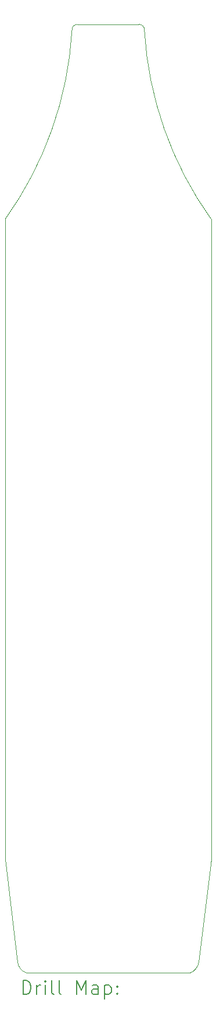
<source format=gbr>
%TF.GenerationSoftware,KiCad,Pcbnew,8.0.2-1*%
%TF.CreationDate,2024-06-20T14:35:38+08:00*%
%TF.ProjectId,troubleSeeker,74726f75-626c-4655-9365-656b65722e6b,rev?*%
%TF.SameCoordinates,Original*%
%TF.FileFunction,Drillmap*%
%TF.FilePolarity,Positive*%
%FSLAX45Y45*%
G04 Gerber Fmt 4.5, Leading zero omitted, Abs format (unit mm)*
G04 Created by KiCad (PCBNEW 8.0.2-1) date 2024-06-20 14:35:38*
%MOMM*%
%LPD*%
G01*
G04 APERTURE LIST*
%ADD10C,0.050000*%
%ADD11C,0.200000*%
G04 APERTURE END LIST*
D10*
X12000282Y-18049275D02*
G75*
G02*
X11880000Y-17900000I69718J179275D01*
G01*
X14520000Y-17900000D02*
G75*
G02*
X14399718Y-18049275I-190000J30000D01*
G01*
X14700000Y-7100000D02*
X14700000Y-16400000D01*
X11700000Y-7100000D02*
X11700000Y-16400000D01*
X13650000Y-4271799D02*
X12750000Y-4271799D01*
X13650000Y-4271799D02*
G75*
G02*
X13727870Y-4357184I0J-78201D01*
G01*
X12672130Y-4357184D02*
G75*
G02*
X12750000Y-4271799I77870J7184D01*
G01*
X12672130Y-4357184D02*
G75*
G02*
X11700000Y-7100000I-5222129J307184D01*
G01*
X14700000Y-7100000D02*
G75*
G02*
X13727870Y-4357184I4250000J3050000D01*
G01*
X12000282Y-18049275D02*
X14399718Y-18049275D01*
X11700000Y-16400000D02*
X11880000Y-17900000D01*
X14700000Y-16400000D02*
X14520000Y-17900000D01*
D11*
X11958277Y-18363258D02*
X11958277Y-18163258D01*
X11958277Y-18163258D02*
X12005896Y-18163258D01*
X12005896Y-18163258D02*
X12034467Y-18172782D01*
X12034467Y-18172782D02*
X12053515Y-18191830D01*
X12053515Y-18191830D02*
X12063039Y-18210877D01*
X12063039Y-18210877D02*
X12072562Y-18248973D01*
X12072562Y-18248973D02*
X12072562Y-18277544D01*
X12072562Y-18277544D02*
X12063039Y-18315639D01*
X12063039Y-18315639D02*
X12053515Y-18334687D01*
X12053515Y-18334687D02*
X12034467Y-18353735D01*
X12034467Y-18353735D02*
X12005896Y-18363258D01*
X12005896Y-18363258D02*
X11958277Y-18363258D01*
X12158277Y-18363258D02*
X12158277Y-18229925D01*
X12158277Y-18268020D02*
X12167801Y-18248973D01*
X12167801Y-18248973D02*
X12177324Y-18239449D01*
X12177324Y-18239449D02*
X12196372Y-18229925D01*
X12196372Y-18229925D02*
X12215420Y-18229925D01*
X12282086Y-18363258D02*
X12282086Y-18229925D01*
X12282086Y-18163258D02*
X12272562Y-18172782D01*
X12272562Y-18172782D02*
X12282086Y-18182306D01*
X12282086Y-18182306D02*
X12291610Y-18172782D01*
X12291610Y-18172782D02*
X12282086Y-18163258D01*
X12282086Y-18163258D02*
X12282086Y-18182306D01*
X12405896Y-18363258D02*
X12386848Y-18353735D01*
X12386848Y-18353735D02*
X12377324Y-18334687D01*
X12377324Y-18334687D02*
X12377324Y-18163258D01*
X12510658Y-18363258D02*
X12491610Y-18353735D01*
X12491610Y-18353735D02*
X12482086Y-18334687D01*
X12482086Y-18334687D02*
X12482086Y-18163258D01*
X12739229Y-18363258D02*
X12739229Y-18163258D01*
X12739229Y-18163258D02*
X12805896Y-18306116D01*
X12805896Y-18306116D02*
X12872562Y-18163258D01*
X12872562Y-18163258D02*
X12872562Y-18363258D01*
X13053515Y-18363258D02*
X13053515Y-18258497D01*
X13053515Y-18258497D02*
X13043991Y-18239449D01*
X13043991Y-18239449D02*
X13024943Y-18229925D01*
X13024943Y-18229925D02*
X12986848Y-18229925D01*
X12986848Y-18229925D02*
X12967801Y-18239449D01*
X13053515Y-18353735D02*
X13034467Y-18363258D01*
X13034467Y-18363258D02*
X12986848Y-18363258D01*
X12986848Y-18363258D02*
X12967801Y-18353735D01*
X12967801Y-18353735D02*
X12958277Y-18334687D01*
X12958277Y-18334687D02*
X12958277Y-18315639D01*
X12958277Y-18315639D02*
X12967801Y-18296592D01*
X12967801Y-18296592D02*
X12986848Y-18287068D01*
X12986848Y-18287068D02*
X13034467Y-18287068D01*
X13034467Y-18287068D02*
X13053515Y-18277544D01*
X13148753Y-18229925D02*
X13148753Y-18429925D01*
X13148753Y-18239449D02*
X13167801Y-18229925D01*
X13167801Y-18229925D02*
X13205896Y-18229925D01*
X13205896Y-18229925D02*
X13224943Y-18239449D01*
X13224943Y-18239449D02*
X13234467Y-18248973D01*
X13234467Y-18248973D02*
X13243991Y-18268020D01*
X13243991Y-18268020D02*
X13243991Y-18325163D01*
X13243991Y-18325163D02*
X13234467Y-18344211D01*
X13234467Y-18344211D02*
X13224943Y-18353735D01*
X13224943Y-18353735D02*
X13205896Y-18363258D01*
X13205896Y-18363258D02*
X13167801Y-18363258D01*
X13167801Y-18363258D02*
X13148753Y-18353735D01*
X13329705Y-18344211D02*
X13339229Y-18353735D01*
X13339229Y-18353735D02*
X13329705Y-18363258D01*
X13329705Y-18363258D02*
X13320182Y-18353735D01*
X13320182Y-18353735D02*
X13329705Y-18344211D01*
X13329705Y-18344211D02*
X13329705Y-18363258D01*
X13329705Y-18239449D02*
X13339229Y-18248973D01*
X13339229Y-18248973D02*
X13329705Y-18258497D01*
X13329705Y-18258497D02*
X13320182Y-18248973D01*
X13320182Y-18248973D02*
X13329705Y-18239449D01*
X13329705Y-18239449D02*
X13329705Y-18258497D01*
M02*

</source>
